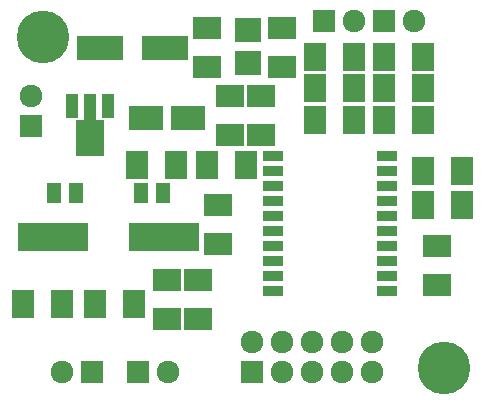
<source format=gts>
G04 (created by PCBNEW (2013-07-07 BZR 4022)-stable) date 16/12/2013 13:18:01*
%MOIN*%
G04 Gerber Fmt 3.4, Leading zero omitted, Abs format*
%FSLAX34Y34*%
G01*
G70*
G90*
G04 APERTURE LIST*
%ADD10C,0.00393701*%
%ADD11R,0.043348X0.078748*%
%ADD12R,0.043348X0.098448*%
%ADD13R,0.094448X0.124048*%
%ADD14R,0.095748X0.075748*%
%ADD15R,0.075748X0.095748*%
%ADD16R,0.050748X0.070748*%
%ADD17R,0.232248X0.094448*%
%ADD18R,0.075748X0.075748*%
%ADD19C,0.075748*%
%ADD20R,0.086648X0.078648*%
%ADD21R,0.157448X0.078748*%
%ADD22R,0.118148X0.078748*%
%ADD23R,0.065748X0.035748*%
%ADD24C,0.175748*%
G04 APERTURE END LIST*
G54D10*
G54D11*
X29724Y-11751D03*
G54D12*
X29133Y-11849D03*
G54D11*
X28542Y-11751D03*
G54D13*
X29133Y-12794D03*
G54D14*
X40700Y-16400D03*
X40700Y-17700D03*
X31700Y-17550D03*
X31700Y-18850D03*
G54D15*
X30700Y-13700D03*
X32000Y-13700D03*
X33050Y-13700D03*
X34350Y-13700D03*
G54D14*
X33050Y-9150D03*
X33050Y-10450D03*
X32750Y-17550D03*
X32750Y-18850D03*
X33800Y-11400D03*
X33800Y-12700D03*
X35550Y-10450D03*
X35550Y-9150D03*
X33400Y-16350D03*
X33400Y-15050D03*
X34850Y-12700D03*
X34850Y-11400D03*
G54D15*
X40250Y-15050D03*
X41550Y-15050D03*
X40250Y-13900D03*
X41550Y-13900D03*
X38950Y-12200D03*
X40250Y-12200D03*
X36650Y-12200D03*
X37950Y-12200D03*
X40250Y-11150D03*
X38950Y-11150D03*
X40250Y-10100D03*
X38950Y-10100D03*
X37950Y-10100D03*
X36650Y-10100D03*
X37950Y-11150D03*
X36650Y-11150D03*
G54D16*
X27925Y-14650D03*
X28675Y-14650D03*
X31575Y-14650D03*
X30825Y-14650D03*
G54D17*
X27900Y-16100D03*
X31600Y-16100D03*
G54D18*
X38950Y-8900D03*
G54D19*
X39950Y-8900D03*
G54D18*
X36950Y-8900D03*
G54D19*
X37950Y-8900D03*
G54D18*
X27165Y-12417D03*
G54D19*
X27165Y-11417D03*
G54D20*
X34400Y-9191D03*
X34400Y-10309D03*
G54D21*
X29467Y-9800D03*
X31633Y-9800D03*
G54D22*
X32409Y-12150D03*
X30991Y-12150D03*
G54D15*
X26900Y-18350D03*
X28200Y-18350D03*
X29300Y-18350D03*
X30600Y-18350D03*
G54D23*
X39050Y-17900D03*
X39050Y-17400D03*
X39050Y-16900D03*
X39050Y-16400D03*
X39050Y-15900D03*
X39050Y-15400D03*
X39050Y-14900D03*
X39050Y-14400D03*
X39050Y-13900D03*
X39050Y-13400D03*
X35250Y-13400D03*
X35250Y-13900D03*
X35250Y-14400D03*
X35250Y-14900D03*
X35250Y-15400D03*
X35250Y-15900D03*
X35250Y-16400D03*
X35250Y-16900D03*
X35250Y-17400D03*
X35250Y-17900D03*
G54D18*
X34550Y-20600D03*
G54D19*
X34550Y-19600D03*
X35550Y-20600D03*
X35550Y-19600D03*
X36550Y-20600D03*
X36550Y-19600D03*
X37550Y-20600D03*
X37550Y-19600D03*
X38550Y-20600D03*
X38550Y-19600D03*
G54D18*
X30750Y-20600D03*
G54D19*
X31750Y-20600D03*
G54D18*
X29200Y-20600D03*
G54D19*
X28200Y-20600D03*
G54D24*
X40944Y-20472D03*
X27559Y-9448D03*
M02*

</source>
